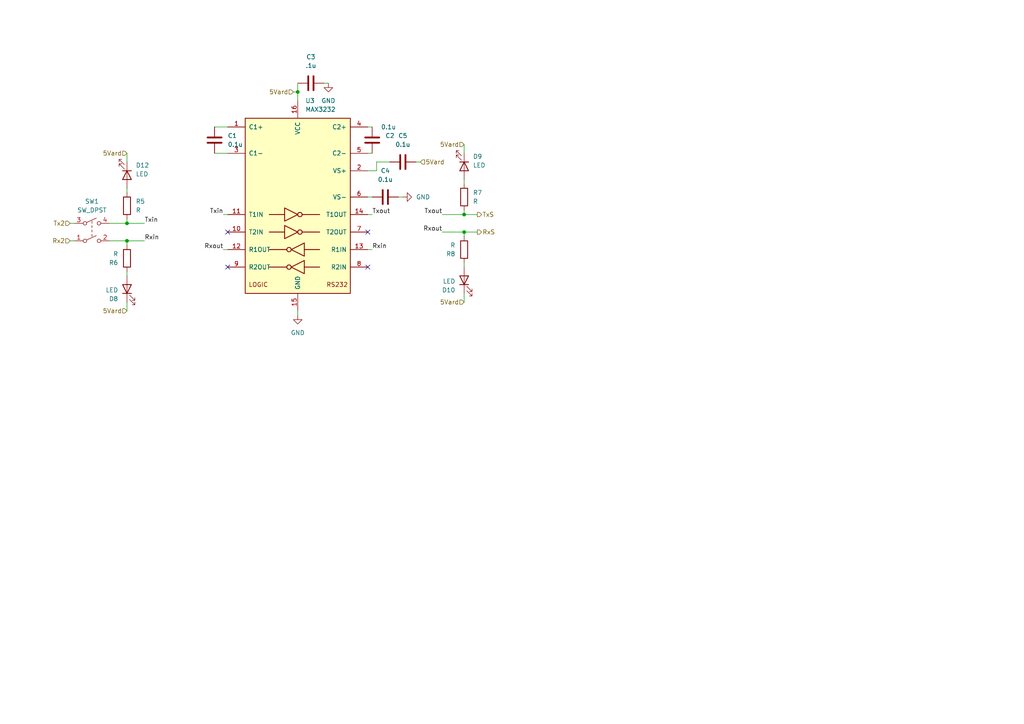
<source format=kicad_sch>
(kicad_sch (version 20230121) (generator eeschema)

  (uuid 5e238366-f4d5-4926-bd9d-9120361d732e)

  (paper "A4")

  (lib_symbols
    (symbol "Device:C" (pin_numbers hide) (pin_names (offset 0.254)) (in_bom yes) (on_board yes)
      (property "Reference" "C" (at 0.635 2.54 0)
        (effects (font (size 1.27 1.27)) (justify left))
      )
      (property "Value" "C" (at 0.635 -2.54 0)
        (effects (font (size 1.27 1.27)) (justify left))
      )
      (property "Footprint" "" (at 0.9652 -3.81 0)
        (effects (font (size 1.27 1.27)) hide)
      )
      (property "Datasheet" "~" (at 0 0 0)
        (effects (font (size 1.27 1.27)) hide)
      )
      (property "ki_keywords" "cap capacitor" (at 0 0 0)
        (effects (font (size 1.27 1.27)) hide)
      )
      (property "ki_description" "Unpolarized capacitor" (at 0 0 0)
        (effects (font (size 1.27 1.27)) hide)
      )
      (property "ki_fp_filters" "C_*" (at 0 0 0)
        (effects (font (size 1.27 1.27)) hide)
      )
      (symbol "C_0_1"
        (polyline
          (pts
            (xy -2.032 -0.762)
            (xy 2.032 -0.762)
          )
          (stroke (width 0.508) (type default))
          (fill (type none))
        )
        (polyline
          (pts
            (xy -2.032 0.762)
            (xy 2.032 0.762)
          )
          (stroke (width 0.508) (type default))
          (fill (type none))
        )
      )
      (symbol "C_1_1"
        (pin passive line (at 0 3.81 270) (length 2.794)
          (name "~" (effects (font (size 1.27 1.27))))
          (number "1" (effects (font (size 1.27 1.27))))
        )
        (pin passive line (at 0 -3.81 90) (length 2.794)
          (name "~" (effects (font (size 1.27 1.27))))
          (number "2" (effects (font (size 1.27 1.27))))
        )
      )
    )
    (symbol "Device:LED" (pin_numbers hide) (pin_names (offset 1.016) hide) (in_bom yes) (on_board yes)
      (property "Reference" "D" (at 0 2.54 0)
        (effects (font (size 1.27 1.27)))
      )
      (property "Value" "LED" (at 0 -2.54 0)
        (effects (font (size 1.27 1.27)))
      )
      (property "Footprint" "" (at 0 0 0)
        (effects (font (size 1.27 1.27)) hide)
      )
      (property "Datasheet" "~" (at 0 0 0)
        (effects (font (size 1.27 1.27)) hide)
      )
      (property "ki_keywords" "LED diode" (at 0 0 0)
        (effects (font (size 1.27 1.27)) hide)
      )
      (property "ki_description" "Light emitting diode" (at 0 0 0)
        (effects (font (size 1.27 1.27)) hide)
      )
      (property "ki_fp_filters" "LED* LED_SMD:* LED_THT:*" (at 0 0 0)
        (effects (font (size 1.27 1.27)) hide)
      )
      (symbol "LED_0_1"
        (polyline
          (pts
            (xy -1.27 -1.27)
            (xy -1.27 1.27)
          )
          (stroke (width 0.254) (type default))
          (fill (type none))
        )
        (polyline
          (pts
            (xy -1.27 0)
            (xy 1.27 0)
          )
          (stroke (width 0) (type default))
          (fill (type none))
        )
        (polyline
          (pts
            (xy 1.27 -1.27)
            (xy 1.27 1.27)
            (xy -1.27 0)
            (xy 1.27 -1.27)
          )
          (stroke (width 0.254) (type default))
          (fill (type none))
        )
        (polyline
          (pts
            (xy -3.048 -0.762)
            (xy -4.572 -2.286)
            (xy -3.81 -2.286)
            (xy -4.572 -2.286)
            (xy -4.572 -1.524)
          )
          (stroke (width 0) (type default))
          (fill (type none))
        )
        (polyline
          (pts
            (xy -1.778 -0.762)
            (xy -3.302 -2.286)
            (xy -2.54 -2.286)
            (xy -3.302 -2.286)
            (xy -3.302 -1.524)
          )
          (stroke (width 0) (type default))
          (fill (type none))
        )
      )
      (symbol "LED_1_1"
        (pin passive line (at -3.81 0 0) (length 2.54)
          (name "K" (effects (font (size 1.27 1.27))))
          (number "1" (effects (font (size 1.27 1.27))))
        )
        (pin passive line (at 3.81 0 180) (length 2.54)
          (name "A" (effects (font (size 1.27 1.27))))
          (number "2" (effects (font (size 1.27 1.27))))
        )
      )
    )
    (symbol "Device:R" (pin_numbers hide) (pin_names (offset 0)) (in_bom yes) (on_board yes)
      (property "Reference" "R" (at 2.032 0 90)
        (effects (font (size 1.27 1.27)))
      )
      (property "Value" "R" (at 0 0 90)
        (effects (font (size 1.27 1.27)))
      )
      (property "Footprint" "" (at -1.778 0 90)
        (effects (font (size 1.27 1.27)) hide)
      )
      (property "Datasheet" "~" (at 0 0 0)
        (effects (font (size 1.27 1.27)) hide)
      )
      (property "ki_keywords" "R res resistor" (at 0 0 0)
        (effects (font (size 1.27 1.27)) hide)
      )
      (property "ki_description" "Resistor" (at 0 0 0)
        (effects (font (size 1.27 1.27)) hide)
      )
      (property "ki_fp_filters" "R_*" (at 0 0 0)
        (effects (font (size 1.27 1.27)) hide)
      )
      (symbol "R_0_1"
        (rectangle (start -1.016 -2.54) (end 1.016 2.54)
          (stroke (width 0.254) (type default))
          (fill (type none))
        )
      )
      (symbol "R_1_1"
        (pin passive line (at 0 3.81 270) (length 1.27)
          (name "~" (effects (font (size 1.27 1.27))))
          (number "1" (effects (font (size 1.27 1.27))))
        )
        (pin passive line (at 0 -3.81 90) (length 1.27)
          (name "~" (effects (font (size 1.27 1.27))))
          (number "2" (effects (font (size 1.27 1.27))))
        )
      )
    )
    (symbol "Interface_UART:MAX3232" (pin_names (offset 1.016)) (in_bom yes) (on_board yes)
      (property "Reference" "U" (at -2.54 28.575 0)
        (effects (font (size 1.27 1.27)) (justify right))
      )
      (property "Value" "MAX3232" (at -2.54 26.67 0)
        (effects (font (size 1.27 1.27)) (justify right))
      )
      (property "Footprint" "" (at 1.27 -26.67 0)
        (effects (font (size 1.27 1.27)) (justify left) hide)
      )
      (property "Datasheet" "https://datasheets.maximintegrated.com/en/ds/MAX3222-MAX3241.pdf" (at 0 2.54 0)
        (effects (font (size 1.27 1.27)) hide)
      )
      (property "ki_keywords" "rs232 uart transceiver line-driver" (at 0 0 0)
        (effects (font (size 1.27 1.27)) hide)
      )
      (property "ki_description" "3.0V to 5.5V, Low-Power, up to 1Mbps, True RS-232 Transceivers Using Four 0.1μF External Capacitors" (at 0 0 0)
        (effects (font (size 1.27 1.27)) hide)
      )
      (property "ki_fp_filters" "SOIC*P1.27mm* DIP*W7.62mm* TSSOP*4.4x5mm*P0.65mm*" (at 0 0 0)
        (effects (font (size 1.27 1.27)) hide)
      )
      (symbol "MAX3232_0_0"
        (text "LOGIC" (at -11.43 -22.86 0)
          (effects (font (size 1.27 1.27)))
        )
        (text "RS232" (at 11.43 -22.86 0)
          (effects (font (size 1.27 1.27)))
        )
      )
      (symbol "MAX3232_0_1"
        (rectangle (start -15.24 -25.4) (end 15.24 25.4)
          (stroke (width 0.254) (type default))
          (fill (type background))
        )
        (circle (center -2.54 -17.78) (radius 0.635)
          (stroke (width 0.254) (type default))
          (fill (type none))
        )
        (circle (center -2.54 -12.7) (radius 0.635)
          (stroke (width 0.254) (type default))
          (fill (type none))
        )
        (polyline
          (pts
            (xy -3.81 -7.62)
            (xy -8.255 -7.62)
          )
          (stroke (width 0.254) (type default))
          (fill (type none))
        )
        (polyline
          (pts
            (xy -3.81 -2.54)
            (xy -8.255 -2.54)
          )
          (stroke (width 0.254) (type default))
          (fill (type none))
        )
        (polyline
          (pts
            (xy -3.175 -17.78)
            (xy -8.255 -17.78)
          )
          (stroke (width 0.254) (type default))
          (fill (type none))
        )
        (polyline
          (pts
            (xy -3.175 -12.7)
            (xy -8.255 -12.7)
          )
          (stroke (width 0.254) (type default))
          (fill (type none))
        )
        (polyline
          (pts
            (xy 1.27 -7.62)
            (xy 6.35 -7.62)
          )
          (stroke (width 0.254) (type default))
          (fill (type none))
        )
        (polyline
          (pts
            (xy 1.27 -2.54)
            (xy 6.35 -2.54)
          )
          (stroke (width 0.254) (type default))
          (fill (type none))
        )
        (polyline
          (pts
            (xy 1.905 -17.78)
            (xy 6.35 -17.78)
          )
          (stroke (width 0.254) (type default))
          (fill (type none))
        )
        (polyline
          (pts
            (xy 1.905 -12.7)
            (xy 6.35 -12.7)
          )
          (stroke (width 0.254) (type default))
          (fill (type none))
        )
        (polyline
          (pts
            (xy -3.81 -5.715)
            (xy -3.81 -9.525)
            (xy 0 -7.62)
            (xy -3.81 -5.715)
          )
          (stroke (width 0.254) (type default))
          (fill (type none))
        )
        (polyline
          (pts
            (xy -3.81 -0.635)
            (xy -3.81 -4.445)
            (xy 0 -2.54)
            (xy -3.81 -0.635)
          )
          (stroke (width 0.254) (type default))
          (fill (type none))
        )
        (polyline
          (pts
            (xy 1.905 -15.875)
            (xy 1.905 -19.685)
            (xy -1.905 -17.78)
            (xy 1.905 -15.875)
          )
          (stroke (width 0.254) (type default))
          (fill (type none))
        )
        (polyline
          (pts
            (xy 1.905 -10.795)
            (xy 1.905 -14.605)
            (xy -1.905 -12.7)
            (xy 1.905 -10.795)
          )
          (stroke (width 0.254) (type default))
          (fill (type none))
        )
        (circle (center 0.635 -7.62) (radius 0.635)
          (stroke (width 0.254) (type default))
          (fill (type none))
        )
        (circle (center 0.635 -2.54) (radius 0.635)
          (stroke (width 0.254) (type default))
          (fill (type none))
        )
      )
      (symbol "MAX3232_1_1"
        (pin passive line (at -20.32 22.86 0) (length 5.08)
          (name "C1+" (effects (font (size 1.27 1.27))))
          (number "1" (effects (font (size 1.27 1.27))))
        )
        (pin input line (at -20.32 -7.62 0) (length 5.08)
          (name "T2IN" (effects (font (size 1.27 1.27))))
          (number "10" (effects (font (size 1.27 1.27))))
        )
        (pin input line (at -20.32 -2.54 0) (length 5.08)
          (name "T1IN" (effects (font (size 1.27 1.27))))
          (number "11" (effects (font (size 1.27 1.27))))
        )
        (pin output line (at -20.32 -12.7 0) (length 5.08)
          (name "R1OUT" (effects (font (size 1.27 1.27))))
          (number "12" (effects (font (size 1.27 1.27))))
        )
        (pin input line (at 20.32 -12.7 180) (length 5.08)
          (name "R1IN" (effects (font (size 1.27 1.27))))
          (number "13" (effects (font (size 1.27 1.27))))
        )
        (pin output line (at 20.32 -2.54 180) (length 5.08)
          (name "T1OUT" (effects (font (size 1.27 1.27))))
          (number "14" (effects (font (size 1.27 1.27))))
        )
        (pin power_in line (at 0 -30.48 90) (length 5.08)
          (name "GND" (effects (font (size 1.27 1.27))))
          (number "15" (effects (font (size 1.27 1.27))))
        )
        (pin power_in line (at 0 30.48 270) (length 5.08)
          (name "VCC" (effects (font (size 1.27 1.27))))
          (number "16" (effects (font (size 1.27 1.27))))
        )
        (pin power_out line (at 20.32 10.16 180) (length 5.08)
          (name "VS+" (effects (font (size 1.27 1.27))))
          (number "2" (effects (font (size 1.27 1.27))))
        )
        (pin passive line (at -20.32 15.24 0) (length 5.08)
          (name "C1-" (effects (font (size 1.27 1.27))))
          (number "3" (effects (font (size 1.27 1.27))))
        )
        (pin passive line (at 20.32 22.86 180) (length 5.08)
          (name "C2+" (effects (font (size 1.27 1.27))))
          (number "4" (effects (font (size 1.27 1.27))))
        )
        (pin passive line (at 20.32 15.24 180) (length 5.08)
          (name "C2-" (effects (font (size 1.27 1.27))))
          (number "5" (effects (font (size 1.27 1.27))))
        )
        (pin power_out line (at 20.32 2.54 180) (length 5.08)
          (name "VS-" (effects (font (size 1.27 1.27))))
          (number "6" (effects (font (size 1.27 1.27))))
        )
        (pin output line (at 20.32 -7.62 180) (length 5.08)
          (name "T2OUT" (effects (font (size 1.27 1.27))))
          (number "7" (effects (font (size 1.27 1.27))))
        )
        (pin input line (at 20.32 -17.78 180) (length 5.08)
          (name "R2IN" (effects (font (size 1.27 1.27))))
          (number "8" (effects (font (size 1.27 1.27))))
        )
        (pin output line (at -20.32 -17.78 0) (length 5.08)
          (name "R2OUT" (effects (font (size 1.27 1.27))))
          (number "9" (effects (font (size 1.27 1.27))))
        )
      )
    )
    (symbol "Switch:SW_DPST" (pin_names (offset 0) hide) (in_bom yes) (on_board yes)
      (property "Reference" "SW" (at 0 5.08 0)
        (effects (font (size 1.27 1.27)))
      )
      (property "Value" "SW_DPST" (at 0 -5.08 0)
        (effects (font (size 1.27 1.27)))
      )
      (property "Footprint" "" (at 0 0 0)
        (effects (font (size 1.27 1.27)) hide)
      )
      (property "Datasheet" "~" (at 0 0 0)
        (effects (font (size 1.27 1.27)) hide)
      )
      (property "ki_keywords" "switch dual double-pole single-throw OFF-ON" (at 0 0 0)
        (effects (font (size 1.27 1.27)) hide)
      )
      (property "ki_description" "Double Pole Single Throw (DPST) Switch" (at 0 0 0)
        (effects (font (size 1.27 1.27)) hide)
      )
      (symbol "SW_DPST_0_0"
        (circle (center -2.032 -2.54) (radius 0.508)
          (stroke (width 0) (type default))
          (fill (type none))
        )
        (circle (center -2.032 2.54) (radius 0.508)
          (stroke (width 0) (type default))
          (fill (type none))
        )
        (polyline
          (pts
            (xy -1.524 -2.286)
            (xy 1.27 -1.016)
          )
          (stroke (width 0) (type default))
          (fill (type none))
        )
        (polyline
          (pts
            (xy -1.524 2.794)
            (xy 1.27 4.064)
          )
          (stroke (width 0) (type default))
          (fill (type none))
        )
        (polyline
          (pts
            (xy 0 -1.27)
            (xy 0 -0.635)
          )
          (stroke (width 0) (type default))
          (fill (type none))
        )
        (polyline
          (pts
            (xy 0 0)
            (xy 0 0.635)
          )
          (stroke (width 0) (type default))
          (fill (type none))
        )
        (polyline
          (pts
            (xy 0 1.27)
            (xy 0 1.905)
          )
          (stroke (width 0) (type default))
          (fill (type none))
        )
        (polyline
          (pts
            (xy 0 2.54)
            (xy 0 3.175)
          )
          (stroke (width 0) (type default))
          (fill (type none))
        )
        (circle (center 2.032 -2.54) (radius 0.508)
          (stroke (width 0) (type default))
          (fill (type none))
        )
        (circle (center 2.032 2.54) (radius 0.508)
          (stroke (width 0) (type default))
          (fill (type none))
        )
      )
      (symbol "SW_DPST_1_1"
        (pin passive line (at -5.08 -2.54 0) (length 2.54)
          (name "1" (effects (font (size 1.27 1.27))))
          (number "1" (effects (font (size 1.27 1.27))))
        )
        (pin passive line (at 5.08 -2.54 180) (length 2.54)
          (name "2" (effects (font (size 1.27 1.27))))
          (number "2" (effects (font (size 1.27 1.27))))
        )
        (pin passive line (at -5.08 2.54 0) (length 2.54)
          (name "3" (effects (font (size 1.27 1.27))))
          (number "3" (effects (font (size 1.27 1.27))))
        )
        (pin passive line (at 5.08 2.54 180) (length 2.54)
          (name "4" (effects (font (size 1.27 1.27))))
          (number "4" (effects (font (size 1.27 1.27))))
        )
      )
    )
    (symbol "power:GND" (power) (pin_names (offset 0)) (in_bom yes) (on_board yes)
      (property "Reference" "#PWR" (at 0 -6.35 0)
        (effects (font (size 1.27 1.27)) hide)
      )
      (property "Value" "GND" (at 0 -3.81 0)
        (effects (font (size 1.27 1.27)))
      )
      (property "Footprint" "" (at 0 0 0)
        (effects (font (size 1.27 1.27)) hide)
      )
      (property "Datasheet" "" (at 0 0 0)
        (effects (font (size 1.27 1.27)) hide)
      )
      (property "ki_keywords" "global power" (at 0 0 0)
        (effects (font (size 1.27 1.27)) hide)
      )
      (property "ki_description" "Power symbol creates a global label with name \"GND\" , ground" (at 0 0 0)
        (effects (font (size 1.27 1.27)) hide)
      )
      (symbol "GND_0_1"
        (polyline
          (pts
            (xy 0 0)
            (xy 0 -1.27)
            (xy 1.27 -1.27)
            (xy 0 -2.54)
            (xy -1.27 -1.27)
            (xy 0 -1.27)
          )
          (stroke (width 0) (type default))
          (fill (type none))
        )
      )
      (symbol "GND_1_1"
        (pin power_in line (at 0 0 270) (length 0) hide
          (name "GND" (effects (font (size 1.27 1.27))))
          (number "1" (effects (font (size 1.27 1.27))))
        )
      )
    )
  )

  (junction (at 36.83 69.85) (diameter 0) (color 0 0 0 0)
    (uuid 2abee8fa-4bca-4928-881d-0a438da68d7d)
  )
  (junction (at 36.83 64.77) (diameter 0) (color 0 0 0 0)
    (uuid 599e1bfa-b27b-4a4e-bffe-237d421ecb67)
  )
  (junction (at 134.62 67.31) (diameter 0) (color 0 0 0 0)
    (uuid 7449a73e-5f7c-4dd4-a7e8-fc836a5a1c6f)
  )
  (junction (at 86.36 26.67) (diameter 0) (color 0 0 0 0)
    (uuid 958fe64b-db4f-49c8-8937-0a03c71ec0bd)
  )
  (junction (at 134.62 62.23) (diameter 0) (color 0 0 0 0)
    (uuid a915ea78-78fa-42e5-8285-13d9821023c4)
  )

  (no_connect (at 106.68 77.47) (uuid 401a8774-8c85-42c7-a5e8-2cd4d8051452))
  (no_connect (at 66.04 67.31) (uuid 5dfe0ed7-3f05-4509-b687-f265c0ab7489))
  (no_connect (at 106.68 67.31) (uuid 6f2d7a6a-1dbc-4565-9fd4-9e4384a2f8d1))
  (no_connect (at 66.04 77.47) (uuid 8d45a79d-b3c7-41b1-87fb-a24919e72603))

  (wire (pts (xy 36.83 87.63) (xy 36.83 90.17))
    (stroke (width 0) (type default))
    (uuid 025630dd-1869-4cbc-ba63-e4dd48ac7c99)
  )
  (wire (pts (xy 115.57 57.15) (xy 116.84 57.15))
    (stroke (width 0) (type default))
    (uuid 06192e00-64f9-43ca-92be-e7291b6add90)
  )
  (wire (pts (xy 31.75 69.85) (xy 36.83 69.85))
    (stroke (width 0) (type default))
    (uuid 06b50d1c-56e6-436f-988b-ec33ba641903)
  )
  (wire (pts (xy 106.68 44.45) (xy 107.95 44.45))
    (stroke (width 0) (type default))
    (uuid 07099b59-e8d2-4bfd-a957-580c78efb380)
  )
  (wire (pts (xy 86.36 24.13) (xy 86.36 26.67))
    (stroke (width 0) (type default))
    (uuid 07fe504b-7568-4e32-81f8-385e22fdd88d)
  )
  (wire (pts (xy 20.32 69.85) (xy 21.59 69.85))
    (stroke (width 0) (type default))
    (uuid 0a23e69d-1b0e-49da-9cc9-3081d45fc6c6)
  )
  (wire (pts (xy 109.22 49.53) (xy 109.22 46.99))
    (stroke (width 0) (type default))
    (uuid 12b88d41-c9b9-4747-afba-49ddce641cdc)
  )
  (wire (pts (xy 134.62 52.07) (xy 134.62 53.34))
    (stroke (width 0) (type default))
    (uuid 182a408f-d111-46ad-957c-eadf796a9528)
  )
  (wire (pts (xy 62.23 36.83) (xy 66.04 36.83))
    (stroke (width 0) (type default))
    (uuid 1bff15e3-8165-4da0-9fe9-bbe64754248e)
  )
  (wire (pts (xy 36.83 63.5) (xy 36.83 64.77))
    (stroke (width 0) (type default))
    (uuid 1cadccd6-01bc-4cc3-89bc-0de1c5b80f79)
  )
  (wire (pts (xy 106.68 72.39) (xy 107.95 72.39))
    (stroke (width 0) (type default))
    (uuid 1e1476e3-3226-4a15-9a2f-6eb93816c8e2)
  )
  (wire (pts (xy 36.83 69.85) (xy 36.83 71.12))
    (stroke (width 0) (type default))
    (uuid 2448aa9a-b4cf-4708-b6ba-7e640583446b)
  )
  (wire (pts (xy 36.83 44.45) (xy 36.83 46.99))
    (stroke (width 0) (type default))
    (uuid 2603b652-7b5a-4ef4-b783-21679b5fcdce)
  )
  (wire (pts (xy 64.77 62.23) (xy 66.04 62.23))
    (stroke (width 0) (type default))
    (uuid 26cdae8a-a303-43c3-9bc6-f486666b6fdf)
  )
  (wire (pts (xy 106.68 36.83) (xy 107.95 36.83))
    (stroke (width 0) (type default))
    (uuid 273abb77-3f02-40e5-bd73-8c11c59b2a0b)
  )
  (wire (pts (xy 134.62 77.47) (xy 134.62 76.2))
    (stroke (width 0) (type default))
    (uuid 298d3caa-92c8-413b-9096-b906a30a8fee)
  )
  (wire (pts (xy 86.36 26.67) (xy 86.36 29.21))
    (stroke (width 0) (type default))
    (uuid 2d6f349d-4bbc-4ccf-9aac-311d84320f1a)
  )
  (wire (pts (xy 106.68 62.23) (xy 107.95 62.23))
    (stroke (width 0) (type default))
    (uuid 4d850945-6cd3-4714-93a2-2fc56d1c066f)
  )
  (wire (pts (xy 120.65 46.99) (xy 121.92 46.99))
    (stroke (width 0) (type default))
    (uuid 51eaaaf4-a0e1-4234-ad6c-b7b4d6f26b16)
  )
  (wire (pts (xy 36.83 69.85) (xy 41.91 69.85))
    (stroke (width 0) (type default))
    (uuid 543ffe99-28d5-48b5-b7b5-27e5202f38a4)
  )
  (wire (pts (xy 36.83 54.61) (xy 36.83 55.88))
    (stroke (width 0) (type default))
    (uuid 616a0e7c-5366-422a-b5c0-38968db548cb)
  )
  (wire (pts (xy 109.22 46.99) (xy 113.03 46.99))
    (stroke (width 0) (type default))
    (uuid 6cc5b8b1-23ba-4487-a422-fcc76a54fc00)
  )
  (wire (pts (xy 62.23 44.45) (xy 66.04 44.45))
    (stroke (width 0) (type default))
    (uuid 6d798a09-d4a0-4ce5-a946-8a3e3c10d298)
  )
  (wire (pts (xy 134.62 67.31) (xy 138.43 67.31))
    (stroke (width 0) (type default))
    (uuid 7614a322-aee3-4c29-a659-baa0c5174147)
  )
  (wire (pts (xy 128.27 62.23) (xy 134.62 62.23))
    (stroke (width 0) (type default))
    (uuid 78a827d6-fa06-42ce-9f15-b80f9bdd3fce)
  )
  (wire (pts (xy 134.62 85.09) (xy 134.62 87.63))
    (stroke (width 0) (type default))
    (uuid 7cb5a12f-5b62-445c-8505-dedbd5ea8b16)
  )
  (wire (pts (xy 93.98 24.13) (xy 95.25 24.13))
    (stroke (width 0) (type default))
    (uuid 7f00350b-e4b2-41ae-8149-932c00ba84f6)
  )
  (wire (pts (xy 106.68 57.15) (xy 107.95 57.15))
    (stroke (width 0) (type default))
    (uuid 8e3f53c8-2858-42c4-a097-5a53a04680df)
  )
  (wire (pts (xy 134.62 67.31) (xy 134.62 68.58))
    (stroke (width 0) (type default))
    (uuid 9073352d-d7f0-4a7a-aa84-b1ef29e990e6)
  )
  (wire (pts (xy 128.27 67.31) (xy 134.62 67.31))
    (stroke (width 0) (type default))
    (uuid 984f1f5e-b478-4714-84d2-e13201ff041a)
  )
  (wire (pts (xy 31.75 64.77) (xy 36.83 64.77))
    (stroke (width 0) (type default))
    (uuid 9d326e2c-5eaf-41fb-b458-bc8af4c05c18)
  )
  (wire (pts (xy 85.09 26.67) (xy 86.36 26.67))
    (stroke (width 0) (type default))
    (uuid 9ed4fa67-0e9c-4b72-b087-2d835d93ee15)
  )
  (wire (pts (xy 134.62 41.91) (xy 134.62 44.45))
    (stroke (width 0) (type default))
    (uuid b1017b88-adc0-4e85-9f04-3fb63392631e)
  )
  (wire (pts (xy 106.68 49.53) (xy 109.22 49.53))
    (stroke (width 0) (type default))
    (uuid b53891d0-aa43-4e5b-90e0-2cb569850d1d)
  )
  (wire (pts (xy 64.77 72.39) (xy 66.04 72.39))
    (stroke (width 0) (type default))
    (uuid c6ca29b4-97f8-4dd1-93af-8be3a7f4223d)
  )
  (wire (pts (xy 20.32 64.77) (xy 21.59 64.77))
    (stroke (width 0) (type default))
    (uuid cf413fe6-dba3-4605-a5b8-5efb40a483f7)
  )
  (wire (pts (xy 134.62 60.96) (xy 134.62 62.23))
    (stroke (width 0) (type default))
    (uuid d8043f72-ad04-4404-ad5d-6f081e46519d)
  )
  (wire (pts (xy 134.62 62.23) (xy 138.43 62.23))
    (stroke (width 0) (type default))
    (uuid d9485fe3-60cb-4e72-a7a7-68725a5758ac)
  )
  (wire (pts (xy 86.36 90.17) (xy 86.36 91.44))
    (stroke (width 0) (type default))
    (uuid dd26def7-1a6d-42af-b560-f31709f69bf8)
  )
  (wire (pts (xy 36.83 64.77) (xy 41.91 64.77))
    (stroke (width 0) (type default))
    (uuid e4f42b12-2411-4977-97fc-c6716470f0d5)
  )
  (wire (pts (xy 36.83 80.01) (xy 36.83 78.74))
    (stroke (width 0) (type default))
    (uuid e75278da-5498-4fbb-8e7f-6ed35f62aad4)
  )

  (label "Rxout" (at 128.27 67.31 180) (fields_autoplaced)
    (effects (font (size 1.27 1.27)) (justify right bottom))
    (uuid 0061944d-bc5c-41c0-9fd2-e963fc127cc8)
  )
  (label "Rxin" (at 41.91 69.85 0) (fields_autoplaced)
    (effects (font (size 1.27 1.27)) (justify left bottom))
    (uuid 143d3d56-df55-413d-9408-4b71576d2a2c)
  )
  (label "Txout" (at 107.95 62.23 0) (fields_autoplaced)
    (effects (font (size 1.27 1.27)) (justify left bottom))
    (uuid 1926bc83-b3a5-4731-84ff-298c05c3960c)
  )
  (label "Rxout" (at 64.77 72.39 180) (fields_autoplaced)
    (effects (font (size 1.27 1.27)) (justify right bottom))
    (uuid 24d8686b-4b3b-4845-9d5b-b1d283163574)
  )
  (label "Txin" (at 64.77 62.23 180) (fields_autoplaced)
    (effects (font (size 1.27 1.27)) (justify right bottom))
    (uuid 2eab47e5-97e9-48ac-bbf8-98f44569e953)
  )
  (label "Txout" (at 128.27 62.23 180) (fields_autoplaced)
    (effects (font (size 1.27 1.27)) (justify right bottom))
    (uuid 31ba41d7-9641-4147-9aca-5149035fb514)
  )
  (label "Txin" (at 41.91 64.77 0) (fields_autoplaced)
    (effects (font (size 1.27 1.27)) (justify left bottom))
    (uuid 8fa4e2c9-8b4d-40ae-ad8d-4d424eaa3d7a)
  )
  (label "Rxin" (at 107.95 72.39 0) (fields_autoplaced)
    (effects (font (size 1.27 1.27)) (justify left bottom))
    (uuid b8cc36ae-76e7-440b-a56e-eeda442d842b)
  )

  (hierarchical_label "TxS" (shape output) (at 138.43 62.23 0) (fields_autoplaced)
    (effects (font (size 1.27 1.27)) (justify left))
    (uuid 1da4dbde-70f3-4d88-8946-bbad8801d177)
  )
  (hierarchical_label "5Vard" (shape input) (at 121.92 46.99 0) (fields_autoplaced)
    (effects (font (size 1.27 1.27)) (justify left))
    (uuid 2c9b1410-50dd-486d-81a7-90c61b7ed022)
  )
  (hierarchical_label "5Vard" (shape input) (at 134.62 41.91 180) (fields_autoplaced)
    (effects (font (size 1.27 1.27)) (justify right))
    (uuid 4614fd8f-22d5-4764-85ac-d3e82f0faf8e)
  )
  (hierarchical_label "5Vard" (shape input) (at 85.09 26.67 180) (fields_autoplaced)
    (effects (font (size 1.27 1.27)) (justify right))
    (uuid 6b89f5c6-a173-42b4-8e5a-03e3ef299c7e)
  )
  (hierarchical_label "5Vard" (shape input) (at 36.83 44.45 180) (fields_autoplaced)
    (effects (font (size 1.27 1.27)) (justify right))
    (uuid 8dcd7250-de1e-415c-8304-4fe43c437722)
  )
  (hierarchical_label "5Vard" (shape input) (at 134.62 87.63 180) (fields_autoplaced)
    (effects (font (size 1.27 1.27)) (justify right))
    (uuid 90980f40-af16-4d8f-a944-aef76c0c7203)
  )
  (hierarchical_label "Rx2" (shape input) (at 20.32 69.85 180) (fields_autoplaced)
    (effects (font (size 1.27 1.27)) (justify right))
    (uuid 9c6ad68b-cafc-40b6-850f-4af1a3532fc2)
  )
  (hierarchical_label "RxS" (shape output) (at 138.43 67.31 0) (fields_autoplaced)
    (effects (font (size 1.27 1.27)) (justify left))
    (uuid caeb570b-a857-496d-aa13-a529c5635bf5)
  )
  (hierarchical_label "5Vard" (shape input) (at 36.83 90.17 180) (fields_autoplaced)
    (effects (font (size 1.27 1.27)) (justify right))
    (uuid ecd053d9-ef7b-46ea-ba21-833596dfa2dc)
  )
  (hierarchical_label "Tx2" (shape input) (at 20.32 64.77 180) (fields_autoplaced)
    (effects (font (size 1.27 1.27)) (justify right))
    (uuid f8fbf8b1-41b0-4d3a-bb09-dd32cc72a2b9)
  )

  (symbol (lib_id "Device:LED") (at 134.62 48.26 270) (unit 1)
    (in_bom yes) (on_board yes) (dnp no) (fields_autoplaced)
    (uuid 0974f1b0-339a-4304-bb1a-b3082fd0270b)
    (property "Reference" "D9" (at 137.16 45.4025 90)
      (effects (font (size 1.27 1.27)) (justify left))
    )
    (property "Value" "LED" (at 137.16 47.9425 90)
      (effects (font (size 1.27 1.27)) (justify left))
    )
    (property "Footprint" "" (at 134.62 48.26 0)
      (effects (font (size 1.27 1.27)) hide)
    )
    (property "Datasheet" "~" (at 134.62 48.26 0)
      (effects (font (size 1.27 1.27)) hide)
    )
    (pin "1" (uuid c74bcda5-b98c-4f61-aeb7-1c60d1415eb6))
    (pin "2" (uuid 13567f74-2c52-4daf-a89d-3fa3ccd33e7b))
    (instances
      (project "AbuDhabi_ElectronBean"
        (path "/e63e39d7-6ac0-4ffd-8aa3-1841a4541b55/e7023770-1e68-49ab-b84d-eead5d4c3b6b"
          (reference "D9") (unit 1)
        )
      )
    )
  )

  (symbol (lib_id "power:GND") (at 95.25 24.13 0) (unit 1)
    (in_bom yes) (on_board yes) (dnp no) (fields_autoplaced)
    (uuid 0af4d6c1-ee03-4cb7-9d33-d9db225bfd26)
    (property "Reference" "#PWR016" (at 95.25 30.48 0)
      (effects (font (size 1.27 1.27)) hide)
    )
    (property "Value" "GND" (at 95.25 29.21 0)
      (effects (font (size 1.27 1.27)))
    )
    (property "Footprint" "" (at 95.25 24.13 0)
      (effects (font (size 1.27 1.27)) hide)
    )
    (property "Datasheet" "" (at 95.25 24.13 0)
      (effects (font (size 1.27 1.27)) hide)
    )
    (pin "1" (uuid 9a0afba3-39e9-4505-9e7c-5f0c1ce56b3c))
    (instances
      (project "AbuDhabi_ElectronBean"
        (path "/e63e39d7-6ac0-4ffd-8aa3-1841a4541b55/e7023770-1e68-49ab-b84d-eead5d4c3b6b"
          (reference "#PWR016") (unit 1)
        )
      )
    )
  )

  (symbol (lib_id "Device:C") (at 62.23 40.64 0) (unit 1)
    (in_bom yes) (on_board yes) (dnp no) (fields_autoplaced)
    (uuid 1f5c6f6b-77f1-4a3d-9f6c-ae2e02cc9886)
    (property "Reference" "C1" (at 66.04 39.37 0)
      (effects (font (size 1.27 1.27)) (justify left))
    )
    (property "Value" "0.1u" (at 66.04 41.91 0)
      (effects (font (size 1.27 1.27)) (justify left))
    )
    (property "Footprint" "" (at 63.1952 44.45 0)
      (effects (font (size 1.27 1.27)) hide)
    )
    (property "Datasheet" "~" (at 62.23 40.64 0)
      (effects (font (size 1.27 1.27)) hide)
    )
    (pin "1" (uuid 81edb8ec-5753-418c-bf15-d467f724de0a))
    (pin "2" (uuid 319ff5c1-7e2e-4de3-8ddd-e479a4938225))
    (instances
      (project "AbuDhabi_ElectronBean"
        (path "/e63e39d7-6ac0-4ffd-8aa3-1841a4541b55/e7023770-1e68-49ab-b84d-eead5d4c3b6b"
          (reference "C1") (unit 1)
        )
      )
    )
  )

  (symbol (lib_id "Device:C") (at 90.17 24.13 90) (unit 1)
    (in_bom yes) (on_board yes) (dnp no) (fields_autoplaced)
    (uuid 3156cbc0-e816-4218-a7d2-414539b57960)
    (property "Reference" "C3" (at 90.17 16.51 90)
      (effects (font (size 1.27 1.27)))
    )
    (property "Value" ".1u" (at 90.17 19.05 90)
      (effects (font (size 1.27 1.27)))
    )
    (property "Footprint" "" (at 93.98 23.1648 0)
      (effects (font (size 1.27 1.27)) hide)
    )
    (property "Datasheet" "~" (at 90.17 24.13 0)
      (effects (font (size 1.27 1.27)) hide)
    )
    (pin "1" (uuid 530046b4-ae54-4e45-ab0a-209abfea42d4))
    (pin "2" (uuid 5a9a2e61-5c61-4fd0-abfe-9e5954879302))
    (instances
      (project "AbuDhabi_ElectronBean"
        (path "/e63e39d7-6ac0-4ffd-8aa3-1841a4541b55/e7023770-1e68-49ab-b84d-eead5d4c3b6b"
          (reference "C3") (unit 1)
        )
      )
    )
  )

  (symbol (lib_id "Interface_UART:MAX3232") (at 86.36 59.69 0) (unit 1)
    (in_bom yes) (on_board yes) (dnp no) (fields_autoplaced)
    (uuid 32e7c819-edd3-48f2-a531-87b778774637)
    (property "Reference" "U3" (at 88.5541 29.21 0)
      (effects (font (size 1.27 1.27)) (justify left))
    )
    (property "Value" "MAX3232" (at 88.5541 31.75 0)
      (effects (font (size 1.27 1.27)) (justify left))
    )
    (property "Footprint" "" (at 87.63 86.36 0)
      (effects (font (size 1.27 1.27)) (justify left) hide)
    )
    (property "Datasheet" "https://datasheets.maximintegrated.com/en/ds/MAX3222-MAX3241.pdf" (at 86.36 57.15 0)
      (effects (font (size 1.27 1.27)) hide)
    )
    (pin "1" (uuid 820de5cc-925d-46ac-82b9-1586e0c21666))
    (pin "10" (uuid f860b6ef-177c-4a57-85ec-ed4373852b97))
    (pin "11" (uuid 0db5c78d-2494-4b80-bfc5-1f38a9cb142e))
    (pin "12" (uuid 611395da-4678-4628-a0bf-e56ae03b9ece))
    (pin "13" (uuid 91b2fc43-9999-48d2-a29e-7b8462e7edd6))
    (pin "14" (uuid 5167c918-58b4-47ea-9b35-7b7771cf7899))
    (pin "15" (uuid 88f48d33-ce59-46e2-bdad-090ab2c61f22))
    (pin "16" (uuid 9af2f11c-ff01-4980-9a7f-f94c85b23e0e))
    (pin "2" (uuid d0d2b2c6-3359-47e6-9873-652e996f7df4))
    (pin "3" (uuid 810a3df1-df7c-4722-8214-8a7c570a9e4d))
    (pin "4" (uuid eb80c114-c131-4bf1-b530-c27e2ec76bea))
    (pin "5" (uuid 8de741f6-d50c-47e6-bc68-fd9efa26012b))
    (pin "6" (uuid 768896ca-8bf2-45cc-a9e8-cd687cd674a8))
    (pin "7" (uuid f363d6eb-b282-4c8d-8c69-3688951cf5d1))
    (pin "8" (uuid 02631f88-c516-4ba5-9f3c-0309b8e8b2fa))
    (pin "9" (uuid 0a81eb89-34e7-4aba-b194-a7a6a9d984ac))
    (instances
      (project "AbuDhabi_ElectronBean"
        (path "/e63e39d7-6ac0-4ffd-8aa3-1841a4541b55/e7023770-1e68-49ab-b84d-eead5d4c3b6b"
          (reference "U3") (unit 1)
        )
      )
    )
  )

  (symbol (lib_id "Device:LED") (at 36.83 83.82 90) (unit 1)
    (in_bom yes) (on_board yes) (dnp no) (fields_autoplaced)
    (uuid 34d570ac-404b-42be-bb7b-be27900f3b27)
    (property "Reference" "D8" (at 34.29 86.6775 90)
      (effects (font (size 1.27 1.27)) (justify left))
    )
    (property "Value" "LED" (at 34.29 84.1375 90)
      (effects (font (size 1.27 1.27)) (justify left))
    )
    (property "Footprint" "" (at 36.83 83.82 0)
      (effects (font (size 1.27 1.27)) hide)
    )
    (property "Datasheet" "~" (at 36.83 83.82 0)
      (effects (font (size 1.27 1.27)) hide)
    )
    (pin "1" (uuid 571817d7-b827-43e6-90fd-cfc486e88d0a))
    (pin "2" (uuid b4e05563-77f3-4ab3-adec-50485a5293d2))
    (instances
      (project "AbuDhabi_ElectronBean"
        (path "/e63e39d7-6ac0-4ffd-8aa3-1841a4541b55/e7023770-1e68-49ab-b84d-eead5d4c3b6b"
          (reference "D8") (unit 1)
        )
      )
    )
  )

  (symbol (lib_id "Device:LED") (at 36.83 50.8 270) (unit 1)
    (in_bom yes) (on_board yes) (dnp no) (fields_autoplaced)
    (uuid 4b74797b-7716-4c7f-908c-82e13d5244f2)
    (property "Reference" "D12" (at 39.37 47.9425 90)
      (effects (font (size 1.27 1.27)) (justify left))
    )
    (property "Value" "LED" (at 39.37 50.4825 90)
      (effects (font (size 1.27 1.27)) (justify left))
    )
    (property "Footprint" "" (at 36.83 50.8 0)
      (effects (font (size 1.27 1.27)) hide)
    )
    (property "Datasheet" "~" (at 36.83 50.8 0)
      (effects (font (size 1.27 1.27)) hide)
    )
    (pin "1" (uuid 462da033-39a8-45d6-b5dc-1e34a6533e8a))
    (pin "2" (uuid d87b3c14-e13b-4088-b960-dbb228cb542b))
    (instances
      (project "AbuDhabi_ElectronBean"
        (path "/e63e39d7-6ac0-4ffd-8aa3-1841a4541b55/e7023770-1e68-49ab-b84d-eead5d4c3b6b"
          (reference "D12") (unit 1)
        )
      )
    )
  )

  (symbol (lib_id "Device:C") (at 111.76 57.15 90) (unit 1)
    (in_bom yes) (on_board yes) (dnp no) (fields_autoplaced)
    (uuid 6a49ea67-246a-44cf-a2a5-6d736889f868)
    (property "Reference" "C4" (at 111.76 49.53 90)
      (effects (font (size 1.27 1.27)))
    )
    (property "Value" "0.1u" (at 111.76 52.07 90)
      (effects (font (size 1.27 1.27)))
    )
    (property "Footprint" "" (at 115.57 56.1848 0)
      (effects (font (size 1.27 1.27)) hide)
    )
    (property "Datasheet" "~" (at 111.76 57.15 0)
      (effects (font (size 1.27 1.27)) hide)
    )
    (pin "1" (uuid 4cae1548-9130-49a4-adf9-fb6b6b5ca17c))
    (pin "2" (uuid 20d5f798-f6e2-43ca-aee6-4405914f03bd))
    (instances
      (project "AbuDhabi_ElectronBean"
        (path "/e63e39d7-6ac0-4ffd-8aa3-1841a4541b55/e7023770-1e68-49ab-b84d-eead5d4c3b6b"
          (reference "C4") (unit 1)
        )
      )
    )
  )

  (symbol (lib_id "Device:R") (at 36.83 74.93 180) (unit 1)
    (in_bom yes) (on_board yes) (dnp no) (fields_autoplaced)
    (uuid 72161355-05da-4c21-a9dc-f5dc96692937)
    (property "Reference" "R6" (at 34.29 76.2 0)
      (effects (font (size 1.27 1.27)) (justify left))
    )
    (property "Value" "R" (at 34.29 73.66 0)
      (effects (font (size 1.27 1.27)) (justify left))
    )
    (property "Footprint" "" (at 38.608 74.93 90)
      (effects (font (size 1.27 1.27)) hide)
    )
    (property "Datasheet" "~" (at 36.83 74.93 0)
      (effects (font (size 1.27 1.27)) hide)
    )
    (pin "1" (uuid 3454184d-88ca-405b-8b11-e4a5b9cc71c7))
    (pin "2" (uuid 74a53b2a-0dcd-4510-bd09-ef286edeea0e))
    (instances
      (project "AbuDhabi_ElectronBean"
        (path "/e63e39d7-6ac0-4ffd-8aa3-1841a4541b55/e7023770-1e68-49ab-b84d-eead5d4c3b6b"
          (reference "R6") (unit 1)
        )
      )
    )
  )

  (symbol (lib_id "Device:C") (at 107.95 40.64 0) (unit 1)
    (in_bom yes) (on_board yes) (dnp no)
    (uuid 778f74e3-62a6-49e0-b3fe-c3b2a487dbde)
    (property "Reference" "C2" (at 111.76 39.37 0)
      (effects (font (size 1.27 1.27)) (justify left))
    )
    (property "Value" "0.1u" (at 110.49 36.83 0)
      (effects (font (size 1.27 1.27)) (justify left))
    )
    (property "Footprint" "" (at 108.9152 44.45 0)
      (effects (font (size 1.27 1.27)) hide)
    )
    (property "Datasheet" "~" (at 107.95 40.64 0)
      (effects (font (size 1.27 1.27)) hide)
    )
    (pin "1" (uuid 5d07ca29-d8db-41f7-bdad-436d90e2268d))
    (pin "2" (uuid 8460583c-edc4-4f68-a97f-86f5b18d3639))
    (instances
      (project "AbuDhabi_ElectronBean"
        (path "/e63e39d7-6ac0-4ffd-8aa3-1841a4541b55/e7023770-1e68-49ab-b84d-eead5d4c3b6b"
          (reference "C2") (unit 1)
        )
      )
    )
  )

  (symbol (lib_id "Switch:SW_DPST") (at 26.67 67.31 0) (unit 1)
    (in_bom yes) (on_board yes) (dnp no)
    (uuid 95537dae-fe88-453f-809f-0969f95d3966)
    (property "Reference" "SW1" (at 26.67 58.42 0)
      (effects (font (size 1.27 1.27)))
    )
    (property "Value" "SW_DPST" (at 26.67 60.96 0)
      (effects (font (size 1.27 1.27)))
    )
    (property "Footprint" "" (at 26.67 67.31 0)
      (effects (font (size 1.27 1.27)) hide)
    )
    (property "Datasheet" "~" (at 26.67 67.31 0)
      (effects (font (size 1.27 1.27)) hide)
    )
    (pin "1" (uuid ae565d3b-5616-41bd-ae58-f06b41871996))
    (pin "2" (uuid 65b0c5c4-fc3f-4b0c-97c6-2741edd4cb41))
    (pin "3" (uuid 6faf6e9b-a823-4822-8ff4-343fe32fc417))
    (pin "4" (uuid 9ceaf516-267a-4d0f-b976-3602ad8f4261))
    (instances
      (project "AbuDhabi_ElectronBean"
        (path "/e63e39d7-6ac0-4ffd-8aa3-1841a4541b55/e7023770-1e68-49ab-b84d-eead5d4c3b6b"
          (reference "SW1") (unit 1)
        )
      )
    )
  )

  (symbol (lib_id "power:GND") (at 86.36 91.44 0) (unit 1)
    (in_bom yes) (on_board yes) (dnp no) (fields_autoplaced)
    (uuid b3b0552b-e4e8-4591-9076-a37d61f0579d)
    (property "Reference" "#PWR014" (at 86.36 97.79 0)
      (effects (font (size 1.27 1.27)) hide)
    )
    (property "Value" "GND" (at 86.36 96.52 0)
      (effects (font (size 1.27 1.27)))
    )
    (property "Footprint" "" (at 86.36 91.44 0)
      (effects (font (size 1.27 1.27)) hide)
    )
    (property "Datasheet" "" (at 86.36 91.44 0)
      (effects (font (size 1.27 1.27)) hide)
    )
    (pin "1" (uuid 074e1035-be51-47e2-a5ea-9c816672581a))
    (instances
      (project "AbuDhabi_ElectronBean"
        (path "/e63e39d7-6ac0-4ffd-8aa3-1841a4541b55/e7023770-1e68-49ab-b84d-eead5d4c3b6b"
          (reference "#PWR014") (unit 1)
        )
      )
    )
  )

  (symbol (lib_id "Device:R") (at 134.62 72.39 180) (unit 1)
    (in_bom yes) (on_board yes) (dnp no) (fields_autoplaced)
    (uuid b9a61aba-a9cb-423a-bd27-24ad5544ca3a)
    (property "Reference" "R8" (at 132.08 73.66 0)
      (effects (font (size 1.27 1.27)) (justify left))
    )
    (property "Value" "R" (at 132.08 71.12 0)
      (effects (font (size 1.27 1.27)) (justify left))
    )
    (property "Footprint" "" (at 136.398 72.39 90)
      (effects (font (size 1.27 1.27)) hide)
    )
    (property "Datasheet" "~" (at 134.62 72.39 0)
      (effects (font (size 1.27 1.27)) hide)
    )
    (pin "1" (uuid 3e458e43-e71d-4e6b-86e3-3e1874f06a50))
    (pin "2" (uuid decc0a61-e32d-45a1-b7a2-1c4a74619f05))
    (instances
      (project "AbuDhabi_ElectronBean"
        (path "/e63e39d7-6ac0-4ffd-8aa3-1841a4541b55/e7023770-1e68-49ab-b84d-eead5d4c3b6b"
          (reference "R8") (unit 1)
        )
      )
    )
  )

  (symbol (lib_id "Device:R") (at 134.62 57.15 0) (unit 1)
    (in_bom yes) (on_board yes) (dnp no) (fields_autoplaced)
    (uuid be4c17dd-c7af-4cf4-a2ba-a9b0018b7fea)
    (property "Reference" "R7" (at 137.16 55.88 0)
      (effects (font (size 1.27 1.27)) (justify left))
    )
    (property "Value" "R" (at 137.16 58.42 0)
      (effects (font (size 1.27 1.27)) (justify left))
    )
    (property "Footprint" "" (at 132.842 57.15 90)
      (effects (font (size 1.27 1.27)) hide)
    )
    (property "Datasheet" "~" (at 134.62 57.15 0)
      (effects (font (size 1.27 1.27)) hide)
    )
    (pin "1" (uuid 16bbe395-8343-46ab-9615-0d80442d4bd1))
    (pin "2" (uuid 2862b577-3fa8-4835-b6cf-fd76aafb9223))
    (instances
      (project "AbuDhabi_ElectronBean"
        (path "/e63e39d7-6ac0-4ffd-8aa3-1841a4541b55/e7023770-1e68-49ab-b84d-eead5d4c3b6b"
          (reference "R7") (unit 1)
        )
      )
    )
  )

  (symbol (lib_id "Device:LED") (at 134.62 81.28 90) (unit 1)
    (in_bom yes) (on_board yes) (dnp no) (fields_autoplaced)
    (uuid e670f04f-94cc-41f9-be22-acdc3d384b77)
    (property "Reference" "D10" (at 132.08 84.1375 90)
      (effects (font (size 1.27 1.27)) (justify left))
    )
    (property "Value" "LED" (at 132.08 81.5975 90)
      (effects (font (size 1.27 1.27)) (justify left))
    )
    (property "Footprint" "" (at 134.62 81.28 0)
      (effects (font (size 1.27 1.27)) hide)
    )
    (property "Datasheet" "~" (at 134.62 81.28 0)
      (effects (font (size 1.27 1.27)) hide)
    )
    (pin "1" (uuid 9481c3fb-6d89-4c60-89d8-7b00e62e872c))
    (pin "2" (uuid 8891d84d-3a56-4e47-9441-13ba65df3c59))
    (instances
      (project "AbuDhabi_ElectronBean"
        (path "/e63e39d7-6ac0-4ffd-8aa3-1841a4541b55/e7023770-1e68-49ab-b84d-eead5d4c3b6b"
          (reference "D10") (unit 1)
        )
      )
    )
  )

  (symbol (lib_id "power:GND") (at 116.84 57.15 90) (unit 1)
    (in_bom yes) (on_board yes) (dnp no) (fields_autoplaced)
    (uuid e8b350fb-eda8-4600-9b67-bd4a51fe67a3)
    (property "Reference" "#PWR015" (at 123.19 57.15 0)
      (effects (font (size 1.27 1.27)) hide)
    )
    (property "Value" "GND" (at 120.65 57.15 90)
      (effects (font (size 1.27 1.27)) (justify right))
    )
    (property "Footprint" "" (at 116.84 57.15 0)
      (effects (font (size 1.27 1.27)) hide)
    )
    (property "Datasheet" "" (at 116.84 57.15 0)
      (effects (font (size 1.27 1.27)) hide)
    )
    (pin "1" (uuid cf7db6db-8472-4bf6-bb12-76cb1342238b))
    (instances
      (project "AbuDhabi_ElectronBean"
        (path "/e63e39d7-6ac0-4ffd-8aa3-1841a4541b55/e7023770-1e68-49ab-b84d-eead5d4c3b6b"
          (reference "#PWR015") (unit 1)
        )
      )
    )
  )

  (symbol (lib_id "Device:C") (at 116.84 46.99 90) (unit 1)
    (in_bom yes) (on_board yes) (dnp no) (fields_autoplaced)
    (uuid ec8a7416-e6f6-4743-a320-b56264b9932e)
    (property "Reference" "C5" (at 116.84 39.37 90)
      (effects (font (size 1.27 1.27)))
    )
    (property "Value" "0.1u" (at 116.84 41.91 90)
      (effects (font (size 1.27 1.27)))
    )
    (property "Footprint" "" (at 120.65 46.0248 0)
      (effects (font (size 1.27 1.27)) hide)
    )
    (property "Datasheet" "~" (at 116.84 46.99 0)
      (effects (font (size 1.27 1.27)) hide)
    )
    (pin "1" (uuid f044584b-1795-4cf8-a58a-6ca8f8e40bdd))
    (pin "2" (uuid f8fa53d0-d549-419b-bb63-9fca2a447834))
    (instances
      (project "AbuDhabi_ElectronBean"
        (path "/e63e39d7-6ac0-4ffd-8aa3-1841a4541b55/e7023770-1e68-49ab-b84d-eead5d4c3b6b"
          (reference "C5") (unit 1)
        )
      )
    )
  )

  (symbol (lib_id "Device:R") (at 36.83 59.69 0) (unit 1)
    (in_bom yes) (on_board yes) (dnp no) (fields_autoplaced)
    (uuid ed92555b-1d90-4daa-adeb-e85e405f85bd)
    (property "Reference" "R5" (at 39.37 58.42 0)
      (effects (font (size 1.27 1.27)) (justify left))
    )
    (property "Value" "R" (at 39.37 60.96 0)
      (effects (font (size 1.27 1.27)) (justify left))
    )
    (property "Footprint" "" (at 35.052 59.69 90)
      (effects (font (size 1.27 1.27)) hide)
    )
    (property "Datasheet" "~" (at 36.83 59.69 0)
      (effects (font (size 1.27 1.27)) hide)
    )
    (pin "1" (uuid e855a66a-7039-47e6-9c95-5555253eb6c3))
    (pin "2" (uuid 47b7c3e4-ccaa-442a-929c-318cc716ee5e))
    (instances
      (project "AbuDhabi_ElectronBean"
        (path "/e63e39d7-6ac0-4ffd-8aa3-1841a4541b55/e7023770-1e68-49ab-b84d-eead5d4c3b6b"
          (reference "R5") (unit 1)
        )
      )
    )
  )
)

</source>
